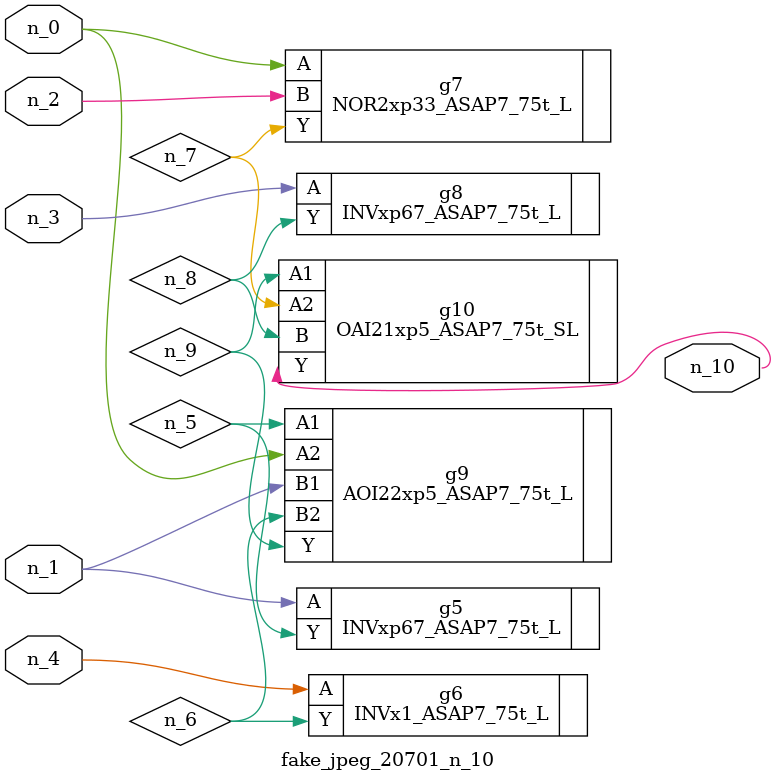
<source format=v>
module fake_jpeg_20701_n_10 (n_3, n_2, n_1, n_0, n_4, n_10);

input n_3;
input n_2;
input n_1;
input n_0;
input n_4;

output n_10;

wire n_8;
wire n_9;
wire n_6;
wire n_5;
wire n_7;

INVxp67_ASAP7_75t_L g5 ( 
.A(n_1),
.Y(n_5)
);

INVx1_ASAP7_75t_L g6 ( 
.A(n_4),
.Y(n_6)
);

NOR2xp33_ASAP7_75t_L g7 ( 
.A(n_0),
.B(n_2),
.Y(n_7)
);

INVxp67_ASAP7_75t_L g8 ( 
.A(n_3),
.Y(n_8)
);

AOI22xp5_ASAP7_75t_L g9 ( 
.A1(n_5),
.A2(n_0),
.B1(n_1),
.B2(n_6),
.Y(n_9)
);

OAI21xp5_ASAP7_75t_SL g10 ( 
.A1(n_9),
.A2(n_7),
.B(n_8),
.Y(n_10)
);


endmodule
</source>
